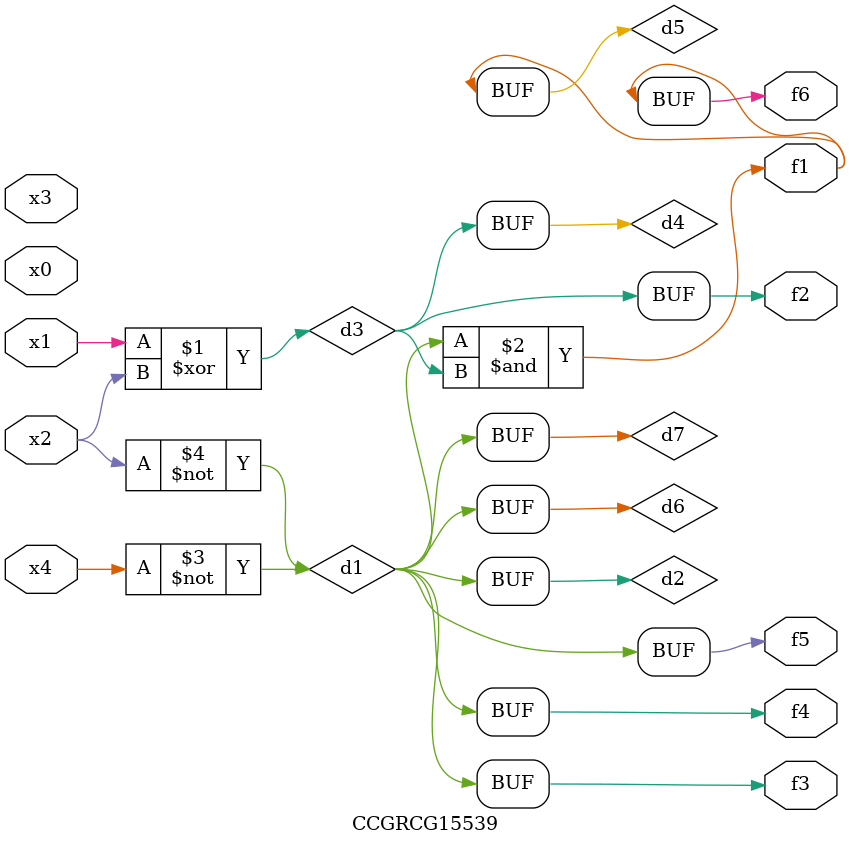
<source format=v>
module CCGRCG15539(
	input x0, x1, x2, x3, x4,
	output f1, f2, f3, f4, f5, f6
);

	wire d1, d2, d3, d4, d5, d6, d7;

	not (d1, x4);
	not (d2, x2);
	xor (d3, x1, x2);
	buf (d4, d3);
	and (d5, d1, d3);
	buf (d6, d1, d2);
	buf (d7, d2);
	assign f1 = d5;
	assign f2 = d4;
	assign f3 = d7;
	assign f4 = d7;
	assign f5 = d7;
	assign f6 = d5;
endmodule

</source>
